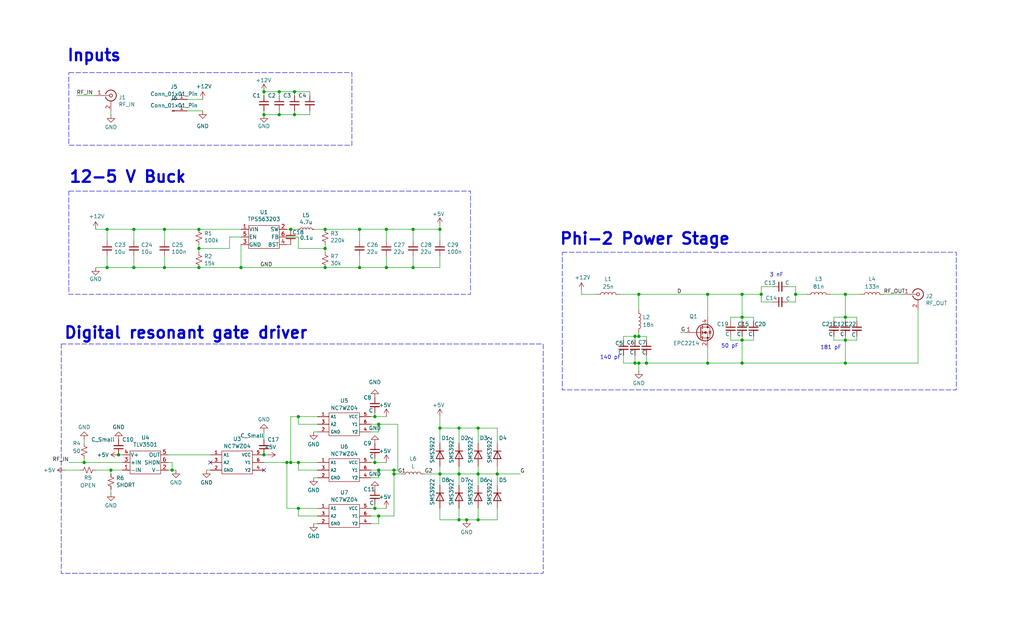
<source format=kicad_sch>
(kicad_sch (version 20231120) (generator "eeschema") (generator_version "8.0")
  (paper "User" 340.004 210.007)
  (lib_symbols
    (symbol "Connector:Conn_01x01_Pin" (pin_names (offset 1.016) hide)
      (property "Reference" "J" (at 0 2.54 0))
      (property "Value" "Conn_01x01_Pin" (at 0 -2.54 0))
      (symbol "Conn_01x01_Pin_1_1"
        (polyline (pts (xy 1.27 0) (xy 0.8636 0)) (stroke (width 0.1524)))
        (rectangle (start 0.8636 0.127) (end 0 -0.127) (stroke (width 0.1524)) (fill (type outline)))
        (pin passive line (at 5.08 0 180) (length 3.81) (name "Pin_1") (number "1"))
      )
    )
    (symbol "Connector:Conn_Coaxial" (pin_names (offset 1.016) hide)
      (property "Reference" "J" (at 0.254 3.048 0))
      (property "Value" "Conn_Coaxial" (at 2.921 0 90))
      (symbol "Conn_Coaxial_0_1"
        (arc (start -1.778 -0.508) (mid 0.2311 -1.8066) (end 1.778 0) (stroke (width 0.254)))
        (polyline (pts (xy -2.54 0) (xy -0.508 0)))
        (polyline (pts (xy 0 -2.54) (xy 0 -1.778)))
        (circle (center 0 0) (radius 0.508) (stroke (width 0.2032)))
        (arc (start 1.778 0) (mid 0.2099 1.8101) (end -1.778 0.508) (stroke (width 0.254)))
      )
      (symbol "Conn_Coaxial_1_1"
        (pin passive line (at -5.08 0 0) (length 2.54) (name "In") (number "1"))
        (pin passive line (at 0 -5.08 90) (length 2.54) (name "Ext") (number "2"))
      )
    )
    (symbol "Device:C_Small" (pin_numbers hide) (pin_names (offset 0.254) hide)
      (property "Reference" "C" (at 0.254 1.778 0))
      (property "Value" "C_Small" (at 0.254 -2.032 0))
      (symbol "C_Small_0_1"
        (polyline (pts (xy -1.524 -0.508) (xy 1.524 -0.508)) (stroke (width 0.3302)))
        (polyline (pts (xy -1.524 0.508) (xy 1.524 0.508)) (stroke (width 0.3048)))
      )
      (symbol "C_Small_1_1"
        (pin passive line (at 0 2.54 270) (length 2.032) (name "~") (number "1"))
        (pin passive line (at 0 -2.54 90) (length 2.032) (name "~") (number "2"))
      )
    )
    (symbol "Device:D" (pin_numbers hide) (pin_names (offset 1.016) hide)
      (property "Reference" "D" (at 0 2.54 0))
      (property "Value" "D" (at 0 -2.54 0))
      (symbol "D_0_1"
        (polyline (pts (xy -1.27 1.27) (xy -1.27 -1.27)) (stroke (width 0.254)))
        (polyline (pts (xy 1.27 0) (xy -1.27 0)))
        (polyline (pts (xy 1.27 1.27) (xy 1.27 -1.27) (xy -1.27 0) (xy 1.27 1.27)) (stroke (width 0.254)))
      )
      (symbol "D_1_1"
        (pin passive line (at -3.81 0 0) (length 2.54) (name "K") (number "1"))
        (pin passive line (at 3.81 0 180) (length 2.54) (name "A") (number "2"))
      )
    )
    (symbol "Device:L" (pin_numbers hide) (pin_names (offset 1.016) hide)
      (property "Reference" "L" (at -1.27 0 90))
      (property "Value" "L" (at 1.905 0 90))
      (symbol "L_0_1"
        (arc (start 0 -2.54) (mid 0.6323 -1.905) (end 0 -1.27))
        (arc (start 0 -1.27) (mid 0.6323 -0.635) (end 0 0))
        (arc (start 0 0) (mid 0.6323 0.635) (end 0 1.27))
        (arc (start 0 1.27) (mid 0.6323 1.905) (end 0 2.54))
      )
      (symbol "L_1_1"
        (pin passive line (at 0 3.81 270) (length 1.27) (name "1") (number "1"))
        (pin passive line (at 0 -3.81 90) (length 1.27) (name "2") (number "2"))
      )
    )
    (symbol "Device:L_Small" (pin_numbers hide) (pin_names (offset 0.254) hide)
      (property "Reference" "L" (at 0.762 1.016 0))
      (property "Value" "L_Small" (at 0.762 -1.016 0))
      (symbol "L_Small_0_1"
        (arc (start 0 -2.032) (mid 0.5058 -1.524) (end 0 -1.016))
        (arc (start 0 -1.016) (mid 0.5058 -0.508) (end 0 0))
        (arc (start 0 0) (mid 0.5058 0.508) (end 0 1.016))
        (arc (start 0 1.016) (mid 0.5058 1.524) (end 0 2.032))
      )
      (symbol "L_Small_1_1"
        (pin passive line (at 0 2.54 270) (length 0.508) (name "~") (number "1"))
        (pin passive line (at 0 -2.54 90) (length 0.508) (name "~") (number "2"))
      )
    )
    (symbol "Device:R_Small_US" (pin_numbers hide) (pin_names (offset 0.254) hide)
      (property "Reference" "R" (at 0.762 0.508 0))
      (property "Value" "R_Small_US" (at 0.762 -1.016 0))
      (symbol "R_Small_US_1_1"
        (polyline (pts (xy 0 0) (xy 1.016 -0.381) (xy 0 -0.762) (xy -1.016 -1.143) (xy 0 -1.524)))
        (polyline (pts (xy 0 1.524) (xy 1.016 1.143) (xy 0 0.762) (xy -1.016 0.381) (xy 0 0)))
        (pin passive line (at 0 2.54 270) (length 1.016) (name "~") (number "1"))
        (pin passive line (at 0 -2.54 90) (length 1.016) (name "~") (number "2"))
      )
    )
    (symbol "MyKICAD:TLV3501" (pin_names (offset 0.1016))
      (property "Reference" "U" (at 1.27 1.27 0))
      (property "Value" "MyKICAD_TLV3501" (at 5.08 -8.89 0))
      (symbol "TLV3501_0_1"
        (rectangle (start 0 0) (end 10.16 -7.62))
      )
      (symbol "TLV3501_1_1"
        (pin bidirectional line (at -2.54 -6.35 0) (length 2.54) (name "-IN") (number "1"))
        (pin bidirectional line (at 12.7 -6.35 180) (length 2.54) (name "V-") (number "2"))
        (pin bidirectional line (at -2.54 -3.81 0) (length 2.54) (name "+IN") (number "3"))
        (pin bidirectional line (at -2.54 -1.27 0) (length 2.54) (name "V+") (number "4"))
        (pin bidirectional line (at 12.7 -1.27 180) (length 2.54) (name "OUT") (number "5"))
        (pin bidirectional line (at 12.7 -3.81 180) (length 2.54) (name "SHDN") (number "6"))
      )
    )
    (symbol "MyKICAD:TPS565242" (pin_names (offset 0.1016))
      (property "Reference" "U1" (at 5.08 4.445 0))
      (property "Value" "TPS563203" (at 5.08 2.1336 0))
      (symbol "TPS565242_0_1"
        (rectangle (start 0 0) (end 10.16 -7.62))
      )
      (symbol "TPS565242_1_1"
        (pin bidirectional line (at -2.54 -1.27 0) (length 2.54) (name "VIN") (number "1"))
        (pin bidirectional line (at 12.7 -1.27 180) (length 2.54) (name "SW") (number "2"))
        (pin bidirectional line (at -2.54 -6.35 0) (length 2.54) (name "GND") (number "3"))
        (pin bidirectional line (at 12.7 -6.35 180) (length 2.54) (name "BST") (number "4"))
        (pin bidirectional line (at -2.54 -3.81 0) (length 2.54) (name "EN") (number "5"))
        (pin bidirectional line (at 12.7 -3.81 180) (length 2.54) (name "FB") (number "6"))
      )
    )
    (symbol "Q_NMOS_GSD_1" (pin_names (offset 0) hide)
      (property "Reference" "Q4" (at 6.35 1.27 0))
      (property "Value" "EPC2214" (at 6.35 -1.27 0))
      (symbol "Q_NMOS_GSD_1_0_1"
        (polyline (pts (xy 0.254 0) (xy -2.54 0)))
        (polyline (pts (xy 0.254 1.905) (xy 0.254 -1.905)) (stroke (width 0.254)))
        (polyline (pts (xy 0.762 -1.27) (xy 0.762 -2.286)) (stroke (width 0.254)))
        (polyline (pts (xy 0.762 0.508) (xy 0.762 -0.508)) (stroke (width 0.254)))
        (polyline (pts (xy 0.762 2.286) (xy 0.762 1.27)) (stroke (width 0.254)))
        (polyline (pts (xy 2.54 2.54) (xy 2.54 1.778)))
        (polyline (pts (xy 2.54 -2.54) (xy 2.54 0) (xy 0.762 0)))
        (polyline (pts (xy 0.762 -1.778) (xy 3.302 -1.778) (xy 3.302 1.778) (xy 0.762 1.778)))
        (polyline (pts (xy 1.016 0) (xy 2.032 0.381) (xy 2.032 -0.381) (xy 1.016 0)) (fill (type outline)))
        (polyline (pts (xy 2.794 0.508) (xy 2.921 0.381) (xy 3.683 0.381) (xy 3.81 0.254)))
        (polyline (pts (xy 3.302 0.381) (xy 2.921 -0.254) (xy 3.683 -0.254) (xy 3.302 0.381)))
        (circle (center 1.651 0) (radius 2.794) (stroke (width 0.254)))
        (circle (center 2.54 -1.778) (radius 0.254) (fill (type outline)))
        (circle (center 2.54 1.778) (radius 0.254) (fill (type outline)))
      )
      (symbol "Q_NMOS_GSD_1_1_1"
        (pin input line (at -5.08 0 0) (length 2.54) (name "G") (number "1"))
        (pin passive line (at 2.54 -5.08 90) (length 2.54) (name "S") (number "2"))
        (pin passive line (at 2.54 -5.08 90) (length 2.54) hide (name "S") (number "3"))
        (pin passive line (at 2.54 5.08 270) (length 2.54) (name "D") (number "4"))
        (pin passive line (at 2.54 5.08 270) (length 2.54) hide (name "D") (number "5"))
        (pin passive line (at 2.54 5.08 270) (length 2.54) hide (name "D") (number "6"))
        (pin passive line (at 2.54 5.08 270) (length 2.54) hide (name "D") (number "7"))
        (pin passive line (at 2.54 -5.08 90) (length 2.54) hide (name "S") (number "8"))
        (pin passive line (at 2.54 -5.08 90) (length 2.54) hide (name "S") (number "9"))
      )
    )
    (symbol "parts:NC7WZ04"
      (property "Reference" "U?" (at 0 5.08 0))
      (property "Value" "NC7WZ04" (at -6.35 6.35 0))
      (symbol "NC7WZ04_0_1"
        (rectangle (start -5.08 3.81) (end 5.08 -3.81))
      )
      (symbol "NC7WZ04_1_0"
        (pin input line (at -8.89 2.54 0) (length 3.81) (name "A1") (number "1"))
        (pin input line (at -8.89 -2.54 0) (length 3.81) (name "GND") (number "2"))
        (pin input line (at -8.89 0 0) (length 3.81) (name "A2") (number "3"))
        (pin input line (at 8.89 -2.54 180) (length 3.81) (name "Y2") (number "4"))
        (pin input line (at 8.89 2.54 180) (length 3.81) (name "VCC") (number "5"))
        (pin input line (at 8.89 0 180) (length 3.81) (name "Y1") (number "6"))
      )
    )
    (symbol "power:+5V" (power) (pin_names (offset 0))
      (property "Value" "+5V" (at 0 3.556 0))
      (symbol "+5V_0_1"
        (polyline (pts (xy -0.762 1.27) (xy 0 2.54)))
        (polyline (pts (xy 0 0) (xy 0 2.54)))
        (polyline (pts (xy 0 2.54) (xy 0.762 1.27)))
      )
      (symbol "+5V_1_1"
        (pin power_in line (at 0 0 90) (length 0) hide (name "+5V") (number "1"))
      )
    )
    (symbol "power:GND" (power) (pin_names (offset 0))
      (property "Value" "GND" (at 0 -3.81 0))
      (symbol "GND_0_1"
        (polyline (pts (xy 0 0) (xy 0 -1.27) (xy 1.27 -1.27) (xy 0 -2.54) (xy -1.27 -1.27) (xy 0 -1.27)))
      )
      (symbol "GND_1_1"
        (pin power_in line (at 0 0 270) (length 0) hide (name "GND") (number "1"))
      )
    )
  )
  (junction (at 280.67 113.03))
  (junction (at 44.45 76.2))
  (junction (at 214.63 120.65))
  (junction (at 158.75 157.48))
  (junction (at 107.95 76.2))
  (junction (at 80.01 88.9))
  (junction (at 44.45 88.9))
  (junction (at 137.16 76.2))
  (junction (at 125.73 156.21))
  (junction (at 246.38 97.79))
  (junction (at 27.94 153.67))
  (junction (at 54.61 76.2))
  (junction (at 212.09 97.79))
  (junction (at 35.56 88.9))
  (junction (at 280.67 97.79))
  (junction (at 212.09 111.76))
  (junction (at 92.71 38.1))
  (junction (at 234.95 97.79))
  (junction (at 128.27 88.9))
  (junction (at 154.94 172.72))
  (junction (at 158.75 142.24))
  (junction (at 97.79 38.1))
  (junction (at 92.71 30.48))
  (junction (at 210.82 120.65))
  (junction (at 125.73 171.45))
  (junction (at 39.37 151.13))
  (junction (at 66.04 82.55))
  (junction (at 35.56 76.2))
  (junction (at 152.4 157.48))
  (junction (at 119.38 76.2))
  (junction (at 87.63 38.1))
  (junction (at 128.27 76.2))
  (junction (at 125.73 140.97))
  (junction (at 137.16 88.9))
  (junction (at 107.95 82.55))
  (junction (at 252.73 97.79))
  (junction (at 280.67 120.65))
  (junction (at 99.06 153.67))
  (junction (at 158.75 172.72))
  (junction (at 124.46 168.91))
  (junction (at 36.83 156.21))
  (junction (at 246.38 105.41))
  (junction (at 119.38 88.9))
  (junction (at 124.46 153.67))
  (junction (at 130.81 157.48))
  (junction (at 54.61 88.9))
  (junction (at 246.38 120.65))
  (junction (at 234.95 120.65))
  (junction (at 96.52 76.2))
  (junction (at 264.16 97.79))
  (junction (at 96.52 153.67))
  (junction (at 152.4 172.72))
  (junction (at 146.05 76.2))
  (junction (at 130.81 156.21))
  (junction (at 210.82 111.76))
  (junction (at 66.04 76.2))
  (junction (at 95.25 153.67))
  (junction (at 146.05 142.24))
  (junction (at 246.38 113.03))
  (junction (at 107.95 88.9))
  (junction (at 152.4 142.24))
  (junction (at 124.46 138.43))
  (junction (at 99.06 168.91))
  (junction (at 212.09 120.65))
  (junction (at 97.79 30.48))
  (junction (at 165.1 157.48))
  (junction (at 87.63 151.13))
  (junction (at 57.15 156.21))
  (junction (at 99.06 138.43))
  (junction (at 87.63 30.48))
  (junction (at 146.05 157.48))
  (junction (at 66.04 88.9))
  (junction (at 280.67 105.41))
  (no_connect (at 69.85 153.67))
  (no_connect (at 87.63 156.21))
  (wire (pts (xy 97.79 30.48) (xy 102.87 30.48)))
  (wire (pts (xy 280.67 111.76) (xy 280.67 113.03)))
  (wire (pts (xy 250.19 113.03) (xy 246.38 113.03)))
  (wire (pts (xy 146.05 138.43) (xy 146.05 142.24)))
  (wire (pts (xy 146.05 85.09) (xy 146.05 88.9)))
  (wire (pts (xy 158.75 168.91) (xy 158.75 172.72)))
  (wire (pts (xy 87.63 143.51) (xy 87.63 146.05)))
  (wire (pts (xy 242.57 113.03) (xy 246.38 113.03)))
  (wire (pts (xy 35.56 85.09) (xy 35.56 88.9)))
  (wire (pts (xy 207.01 111.76) (xy 207.01 113.03)))
  (wire (pts (xy 130.81 156.21) (xy 132.08 156.21)))
  (wire (pts (xy 55.88 153.67) (xy 57.15 153.67)))
  (wire (pts (xy 146.05 142.24) (xy 146.05 147.32)))
  (wire (pts (xy 104.14 173.99) (xy 105.41 173.99)))
  (wire (pts (xy 210.82 111.76) (xy 210.82 113.03)))
  (wire (pts (xy 246.38 105.41) (xy 246.38 106.68)))
  (wire (pts (xy 264.16 97.79) (xy 267.97 97.79)))
  (wire (pts (xy 137.16 76.2) (xy 137.16 80.01)))
  (wire (pts (xy 158.75 157.48) (xy 165.1 157.48)))
  (wire (pts (xy 212.09 97.79) (xy 212.09 102.87)))
  (wire (pts (xy 246.38 113.03) (xy 246.38 120.65)))
  (wire (pts (xy 99.06 168.91) (xy 99.06 171.45)))
  (wire (pts (xy 104.14 76.2) (xy 107.95 76.2)))
  (wire (pts (xy 123.19 140.97) (xy 125.73 140.97)))
  (wire (pts (xy 276.86 113.03) (xy 280.67 113.03)))
  (wire (pts (xy 123.19 138.43) (xy 124.46 138.43)))
  (wire (pts (xy 246.38 105.41) (xy 250.19 105.41)))
  (wire (pts (xy 39.37 151.13) (xy 40.64 151.13)))
  (wire (pts (xy 146.05 172.72) (xy 152.4 172.72)))
  (wire (pts (xy 44.45 76.2) (xy 35.56 76.2)))
  (wire (pts (xy 205.74 97.79) (xy 212.09 97.79)))
  (wire (pts (xy 123.19 158.75) (xy 125.73 158.75)))
  (wire (pts (xy 66.04 82.55) (xy 66.04 83.82)))
  (wire (pts (xy 99.06 138.43) (xy 99.06 140.97)))
  (wire (pts (xy 66.04 81.28) (xy 66.04 82.55)))
  (wire (pts (xy 99.06 153.67) (xy 99.06 156.21)))
  (wire (pts (xy 125.73 158.75) (xy 125.73 156.21)))
  (wire (pts (xy 128.27 85.09) (xy 128.27 88.9)))
  (wire (pts (xy 80.01 88.9) (xy 80.01 81.28)))
  (wire (pts (xy 119.38 85.09) (xy 119.38 88.9)))
  (wire (pts (xy 92.71 36.83) (xy 92.71 38.1)))
  (wire (pts (xy 80.01 88.9) (xy 107.95 88.9)))
  (wire (pts (xy 57.15 153.67) (xy 57.15 156.21)))
  (wire (pts (xy 99.06 153.67) (xy 105.41 153.67)))
  (wire (pts (xy 207.01 120.65) (xy 210.82 120.65)))
  (wire (pts (xy 207.01 111.76) (xy 210.82 111.76)))
  (wire (pts (xy 261.62 95.25) (xy 264.16 95.25)))
  (wire (pts (xy 96.52 153.67) (xy 95.25 153.67)))
  (wire (pts (xy 193.04 97.79) (xy 198.12 97.79)))
  (wire (pts (xy 146.05 157.48) (xy 146.05 154.94)))
  (wire (pts (xy 276.86 111.76) (xy 276.86 113.03)))
  (wire (pts (xy 250.19 111.76) (xy 250.19 113.03)))
  (wire (pts (xy 146.05 157.48) (xy 152.4 157.48)))
  (wire (pts (xy 27.94 146.05) (xy 27.94 147.32)))
  (wire (pts (xy 128.27 88.9) (xy 119.38 88.9)))
  (wire (pts (xy 31.75 156.21) (xy 36.83 156.21)))
  (wire (pts (xy 99.06 156.21) (xy 105.41 156.21)))
  (wire (pts (xy 214.63 111.76) (xy 214.63 113.03)))
  (wire (pts (xy 152.4 154.94) (xy 152.4 157.48)))
  (wire (pts (xy 27.94 153.67) (xy 22.86 153.67)))
  (wire (pts (xy 27.94 153.67) (xy 40.64 153.67)))
  (wire (pts (xy 293.37 97.79) (xy 299.72 97.79)))
  (wire (pts (xy 36.83 36.83) (xy 36.83 38.1)))
  (wire (pts (xy 96.52 153.67) (xy 99.06 153.67)))
  (wire (pts (xy 123.19 173.99) (xy 125.73 173.99)))
  (wire (pts (xy 146.05 76.2) (xy 146.05 80.01)))
  (wire (pts (xy 284.48 113.03) (xy 280.67 113.03)))
  (wire (pts (xy 304.8 102.87) (xy 304.8 120.65)))
  (wire (pts (xy 62.23 33.02) (xy 67.31 33.02)))
  (wire (pts (xy 165.1 172.72) (xy 165.1 168.91)))
  (wire (pts (xy 152.4 157.48) (xy 158.75 157.48)))
  (wire (pts (xy 76.2 78.74) (xy 80.01 78.74)))
  (wire (pts (xy 252.73 97.79) (xy 252.73 100.33)))
  (wire (pts (xy 54.61 85.09) (xy 54.61 88.9)))
  (wire (pts (xy 68.58 156.21) (xy 69.85 156.21)))
  (wire (pts (xy 146.05 142.24) (xy 152.4 142.24)))
  (wire (pts (xy 102.87 38.1) (xy 102.87 36.83)))
  (wire (pts (xy 66.04 88.9) (xy 80.01 88.9)))
  (wire (pts (xy 256.54 100.33) (xy 252.73 100.33)))
  (wire (pts (xy 125.73 143.51) (xy 125.73 140.97)))
  (wire (pts (xy 104.14 143.51) (xy 105.41 143.51)))
  (wire (pts (xy 261.62 100.33) (xy 264.16 100.33)))
  (wire (pts (xy 27.94 153.67) (xy 27.94 152.4)))
  (wire (pts (xy 137.16 76.2) (xy 146.05 76.2)))
  (wire (pts (xy 284.48 111.76) (xy 284.48 113.03)))
  (wire (pts (xy 137.16 88.9) (xy 128.27 88.9)))
  (wire (pts (xy 123.19 156.21) (xy 125.73 156.21)))
  (wire (pts (xy 242.57 106.68) (xy 242.57 105.41)))
  (wire (pts (xy 146.05 74.93) (xy 146.05 76.2)))
  (wire (pts (xy 25.4 31.75) (xy 31.75 31.75)))
  (wire (pts (xy 132.08 140.97) (xy 132.08 156.21)))
  (wire (pts (xy 99.06 82.55) (xy 107.95 82.55)))
  (wire (pts (xy 212.09 111.76) (xy 212.09 110.49)))
  (wire (pts (xy 92.71 30.48) (xy 92.71 31.75)))
  (wire (pts (xy 154.94 172.72) (xy 158.75 172.72)))
  (wire (pts (xy 119.38 88.9) (xy 107.95 88.9)))
  (wire (pts (xy 44.45 76.2) (xy 44.45 80.01)))
  (wire (pts (xy 95.25 76.2) (xy 96.52 76.2)))
  (wire (pts (xy 284.48 105.41) (xy 284.48 106.68)))
  (wire (pts (xy 212.09 111.76) (xy 214.63 111.76)))
  (wire (pts (xy 234.95 115.57) (xy 234.95 120.65)))
  (wire (pts (xy 99.06 140.97) (xy 105.41 140.97)))
  (wire (pts (xy 99.06 78.74) (xy 95.25 78.74)))
  (wire (pts (xy 96.52 138.43) (xy 99.06 138.43)))
  (wire (pts (xy 128.27 76.2) (xy 128.27 80.01)))
  (wire (pts (xy 214.63 118.11) (xy 214.63 120.65)))
  (wire (pts (xy 130.81 157.48) (xy 130.81 171.45)))
  (wire (pts (xy 124.46 152.4) (xy 124.46 153.67)))
  (wire (pts (xy 264.16 97.79) (xy 264.16 95.25)))
  (wire (pts (xy 252.73 95.25) (xy 252.73 97.79)))
  (wire (pts (xy 246.38 97.79) (xy 252.73 97.79)))
  (wire (pts (xy 226.06 110.49) (xy 227.33 110.49)))
  (wire (pts (xy 125.73 156.21) (xy 130.81 156.21)))
  (wire (pts (xy 275.59 97.79) (xy 280.67 97.79)))
  (wire (pts (xy 276.86 106.68) (xy 276.86 105.41)))
  (wire (pts (xy 119.38 76.2) (xy 119.38 80.01)))
  (wire (pts (xy 36.83 157.48) (xy 36.83 156.21)))
  (wire (pts (xy 158.75 142.24) (xy 158.75 147.32)))
  (wire (pts (xy 152.4 142.24) (xy 158.75 142.24)))
  (wire (pts (xy 246.38 111.76) (xy 246.38 113.03)))
  (wire (pts (xy 250.19 106.68) (xy 250.19 105.41)))
  (wire (pts (xy 158.75 142.24) (xy 165.1 142.24)))
  (wire (pts (xy 165.1 142.24) (xy 165.1 147.32)))
  (wire (pts (xy 58.42 156.21) (xy 57.15 156.21)))
  (wire (pts (xy 246.38 97.79) (xy 246.38 105.41)))
  (wire (pts (xy 158.75 157.48) (xy 158.75 161.29)))
  (wire (pts (xy 36.83 156.21) (xy 40.64 156.21)))
  (wire (pts (xy 280.67 105.41) (xy 280.67 106.68)))
  (wire (pts (xy 280.67 97.79) (xy 285.75 97.79)))
  (wire (pts (xy 193.04 96.52) (xy 193.04 97.79)))
  (wire (pts (xy 146.05 88.9) (xy 137.16 88.9)))
  (wire (pts (xy 280.67 105.41) (xy 284.48 105.41)))
  (wire (pts (xy 35.56 76.2) (xy 35.56 80.01)))
  (wire (pts (xy 212.09 97.79) (xy 234.95 97.79)))
  (wire (pts (xy 212.09 120.65) (xy 214.63 120.65)))
  (wire (pts (xy 87.63 36.83) (xy 87.63 38.1)))
  (wire (pts (xy 280.67 113.03) (xy 280.67 120.65)))
  (wire (pts (xy 87.63 153.67) (xy 95.25 153.67)))
  (wire (pts (xy 165.1 157.48) (xy 165.1 161.29)))
  (wire (pts (xy 35.56 88.9) (xy 44.45 88.9)))
  (wire (pts (xy 99.06 171.45) (xy 105.41 171.45)))
  (wire (pts (xy 152.4 168.91) (xy 152.4 172.72)))
  (wire (pts (xy 246.38 120.65) (xy 280.67 120.65)))
  (wire (pts (xy 54.61 88.9) (xy 66.04 88.9)))
  (wire (pts (xy 87.63 30.48) (xy 87.63 31.75)))
  (wire (pts (xy 214.63 120.65) (xy 234.95 120.65)))
  (wire (pts (xy 95.25 81.28) (xy 96.52 81.28)))
  (wire (pts (xy 124.46 153.67) (xy 128.27 153.67)))
  (wire (pts (xy 95.25 168.91) (xy 99.06 168.91)))
  (wire (pts (xy 158.75 172.72) (xy 165.1 172.72)))
  (wire (pts (xy 95.25 168.91) (xy 95.25 153.67)))
  (wire (pts (xy 99.06 168.91) (xy 105.41 168.91)))
  (wire (pts (xy 36.83 162.56) (xy 36.83 163.83)))
  (wire (pts (xy 276.86 105.41) (xy 280.67 105.41)))
  (wire (pts (xy 54.61 76.2) (xy 54.61 80.01)))
  (wire (pts (xy 107.95 81.28) (xy 107.95 82.55)))
  (wire (pts (xy 87.63 151.13) (xy 88.9 151.13)))
  (wire (pts (xy 123.19 168.91) (xy 124.46 168.91)))
  (wire (pts (xy 210.82 111.76) (xy 212.09 111.76)))
  (wire (pts (xy 92.71 38.1) (xy 97.79 38.1)))
  (wire (pts (xy 128.27 76.2) (xy 137.16 76.2)))
  (wire (pts (xy 165.1 157.48) (xy 172.72 157.48)))
  (wire (pts (xy 97.79 36.83) (xy 97.79 38.1)))
  (wire (pts (xy 76.2 82.55) (xy 76.2 78.74)))
  (wire (pts (xy 54.61 76.2) (xy 44.45 76.2)))
  (wire (pts (xy 207.01 118.11) (xy 207.01 120.65)))
  (wire (pts (xy 242.57 111.76) (xy 242.57 113.03)))
  (wire (pts (xy 210.82 120.65) (xy 212.09 120.65)))
  (wire (pts (xy 66.04 76.2) (xy 80.01 76.2)))
  (wire (pts (xy 130.81 156.21) (xy 130.81 157.48)))
  (wire (pts (xy 152.4 157.48) (xy 152.4 161.29)))
  (wire (pts (xy 152.4 142.24) (xy 152.4 147.32)))
  (wire (pts (xy 123.19 171.45) (xy 125.73 171.45)))
  (wire (pts (xy 96.52 76.2) (xy 99.06 76.2)))
  (wire (pts (xy 21.59 156.21) (xy 26.67 156.21)))
  (wire (pts (xy 107.95 82.55) (xy 107.95 83.82)))
  (wire (pts (xy 66.04 76.2) (xy 54.61 76.2)))
  (wire (pts (xy 57.15 156.21) (xy 55.88 156.21)))
  (wire (pts (xy 280.67 97.79) (xy 280.67 105.41)))
  (wire (pts (xy 152.4 172.72) (xy 154.94 172.72)))
  (wire (pts (xy 123.19 143.51) (xy 125.73 143.51)))
  (wire (pts (xy 210.82 118.11) (xy 210.82 120.65)))
  (wire (pts (xy 140.97 157.48) (xy 146.05 157.48)))
  (wire (pts (xy 44.45 85.09) (xy 44.45 88.9)))
  (wire (pts (xy 165.1 157.48) (xy 165.1 154.94)))
  (wire (pts (xy 97.79 30.48) (xy 97.79 31.75)))
  (wire (pts (xy 130.81 157.48) (xy 133.35 157.48)))
  (wire (pts (xy 97.79 38.1) (xy 102.87 38.1)))
  (wire (pts (xy 264.16 100.33) (xy 264.16 97.79)))
  (wire (pts (xy 158.75 154.94) (xy 158.75 157.48)))
  (wire (pts (xy 125.73 171.45) (xy 130.81 171.45)))
  (wire (pts (xy 146.05 157.48) (xy 146.05 161.29)))
  (wire (pts (xy 124.46 138.43) (xy 128.27 138.43)))
  (wire (pts (xy 234.95 97.79) (xy 234.95 105.41)))
  (wire (pts (xy 212.09 120.65) (xy 212.09 123.19)))
  (wire (pts (xy 123.19 153.67) (xy 124.46 153.67)))
  (wire (pts (xy 99.06 78.74) (xy 99.06 82.55)))
  (wire (pts (xy 31.75 88.9) (xy 35.56 88.9)))
  (wire (pts (xy 92.71 30.48) (xy 97.79 30.48)))
  (wire (pts (xy 87.63 30.48) (xy 92.71 30.48)))
  (wire (pts (xy 102.87 30.48) (xy 102.87 31.75)))
  (wire (pts (xy 246.38 120.65) (xy 234.95 120.65)))
  (wire (pts (xy 87.63 38.1) (xy 92.71 38.1)))
  (wire (pts (xy 304.8 120.65) (xy 280.67 120.65)))
  (wire (pts (xy 125.73 173.99) (xy 125.73 171.45)))
  (wire (pts (xy 99.06 138.43) (xy 105.41 138.43)))
  (wire (pts (xy 234.95 97.79) (xy 246.38 97.79)))
  (wire (pts (xy 44.45 88.9) (xy 54.61 88.9)))
  (wire (pts (xy 119.38 76.2) (xy 128.27 76.2)))
  (wire (pts (xy 62.23 36.83) (xy 67.31 36.83)))
  (wire (pts (xy 31.75 76.2) (xy 35.56 76.2)))
  (wire (pts (xy 104.14 158.75) (xy 105.41 158.75)))
  (wire (pts (xy 125.73 140.97) (xy 132.08 140.97)))
  (wire (pts (xy 55.88 151.13) (xy 69.85 151.13)))
  (wire (pts (xy 124.46 167.64) (xy 124.46 168.91)))
  (wire (pts (xy 124.46 137.16) (xy 124.46 138.43)))
  (wire (pts (xy 146.05 168.91) (xy 146.05 172.72)))
  (wire (pts (xy 96.52 138.43) (xy 96.52 153.67)))
  (wire (pts (xy 252.73 95.25) (xy 256.54 95.25)))
  (wire (pts (xy 107.95 76.2) (xy 119.38 76.2)))
  (wire (pts (xy 242.57 105.41) (xy 246.38 105.41)))
  (wire (pts (xy 66.04 82.55) (xy 76.2 82.55)))
  (wire (pts (xy 137.16 85.09) (xy 137.16 88.9)))
  (wire (pts (xy 124.46 168.91) (xy 128.27 168.91)))
  (rectangle (start 20.32 114.3) (end 180.34 190.5) (stroke (width 0) (type dash)))
  (rectangle (start 186.69 83.82) (end 317.5 129.54) (stroke (width 0) (type dash)))
  (rectangle (start 22.86 24.13) (end 116.84 48.26) (stroke (width 0) (type dash)))
  (rectangle (start 22.86 63.5) (end 156.21 97.79) (stroke (width 0) (type dash)))
  (text "Inputs" (at 31.242 18.542 0) (effects (font (size 3.81 3.81) (thickness 0.762) (bold yes))))
  (text "Digital resonant gate driver" (at 61.722 110.744 0) (effects (font (size 3.81 3.81) (thickness 0.762) (bold yes))))
  (text "12-5 V Buck\n" (at 42.418 58.928 0) (effects (font (size 3.81 3.81) (thickness 0.762) (bold yes))))
  (text "181 pF" (at 275.844 115.57 0) (effects (font (size 1.27 1.27))))
  (text "50 pF" (at 242.316 115.062 0) (effects (font (size 1.27 1.27))))
  (text "Phi-2 Power Stage\n" (at 214.122 79.502 0) (effects (font (size 3.81 3.81) (thickness 0.762) (bold yes))))
  (text "3 nF" (at 257.81 91.44 0) (effects (font (size 1.27 1.27))))
  (text "140 pF" (at 202.692 118.872 0) (effects (font (size 1.27 1.27))))
  (label "RF_OUT" (at 293.37 97.79 0))
  (label "G" (at 226.06 110.49 0))
  (label "G1" (at 132.08 157.48 0))
  (label "D" (at 224.79 97.79 0))
  (label "GND" (at 86.36 88.9 0))
  (label "G2" (at 140.97 157.48 0))
  (label "RF_IN" (at 25.4 31.75 0))
  (label "G" (at 172.72 157.48 0))
  (label "RF_IN" (at 22.86 153.67 180))
  (symbol (lib_id "Device:C_Small") (at 54.61 82.55 0) (unit 1)
    (property "Reference" "C25" (at 56.9468 81.3816 0) (effects (justify left)))
    (property "Value" "100n" (at 56.9468 83.693 0) (effects (justify left)))
    (property "Footprint" "Capacitor_SMD:C_0603_1608Metric" (effects (hide yes)))
  )
  (symbol (lib_id "Device:C_Small") (at 97.79 34.29 0) (unit 1)
    (property "Reference" "C3" (at 93.98 31.75 0) (effects (justify left)))
    (property "Value" "C_Small" (effects (hide yes)))
    (property "Footprint" "Capacitor_SMD:C_1206_3216Metric" (effects (hide yes)))
  )
  (symbol (lib_id "power:GND") (at 104.14 158.75 0) (unit 1)
    (property "Reference" "#PWR021" (effects (hide yes)))
    (property "Value" "GND" (at 104.14 162.8831 0))
  )
  (symbol (lib_id "power:GND") (at 39.37 146.05 180) (unit 1)
    (property "Reference" "#PWR057" (effects (hide yes)))
    (property "Value" "GND" (at 39.37 141.9169 0))
  )
  (symbol (lib_id "power:GND") (at 87.63 38.1 0) (unit 1)
    (property "Reference" "#PWR04" (effects (hide yes)))
    (property "Value" "GND" (at 87.63 41.91 0))
  )
  (symbol (lib_id "power:+5V") (at 128.27 168.91 0) (unit 1)
    (property "Reference" "#PWR024" (effects (hide yes)))
    (property "Value" "+5V" (at 125.73 165.1 0) (effects (justify left)))
  )
  (symbol (lib_id "power:+5V") (at 31.75 76.2 0) (unit 1)
    (property "Reference" "#PWR05" (effects (hide yes)))
    (property "Value" "+12V" (at 29.464 71.882 0) (effects (justify left)))
  )
  (symbol (lib_id "power:GND") (at 124.46 132.08 180) (unit 1)
    (property "Reference" "#PWR066" (effects (hide yes)))
    (property "Value" "GND" (at 124.46 127 0))
  )
  (symbol (lib_id "Device:L") (at 137.16 157.48 90) (unit 1) (on_board no)
    (property "Reference" "L6" (at 137.16 152.4 90))
    (property "Value" "L" (at 137.16 154.94 90))
    (property "Description" "Inductor" (effects (hide yes)))
  )
  (symbol (lib_id "Device:C_Small") (at 207.01 115.57 0) (unit 1)
    (property "Reference" "C5" (at 204.216 114.046 0) (effects (justify left)))
    (property "Value" "C" (at 205.232 117.094 0) (effects (justify left)))
    (property "Footprint" "Capacitor_SMD:C_0603_1608Metric" (effects (hide yes)))
    (property "Description" "Unpolarized capacitor, small symbol" (effects (hide yes)))
  )
  (symbol (lib_id "Device:R_Small_US") (at 36.83 160.02 0) (unit 1)
    (property "Reference" "R6" (at 38.5572 158.8516 0) (effects (justify left)))
    (property "Value" "SHORT" (at 38.5572 161.163 0) (effects (justify left)))
    (property "Footprint" "Resistor_SMD:R_0603_1608Metric" (effects (hide yes)))
  )
  (symbol (lib_id "power:GND") (at 68.58 156.21 0) (unit 1)
    (property "Reference" "#PWR013" (effects (hide yes)))
    (property "Value" "GND" (at 68.58 160.3431 0))
  )
  (symbol (lib_id "Device:D") (at 158.75 165.1 270) (unit 1)
    (property "Reference" "D6" (at 159.258 159.512 90) (effects (justify left)))
    (property "Value" "SMS3922" (at 156.21 159.004 0) (effects (justify left)))
    (property "Footprint" "Diode_SMD:D_SOD-523" (effects (hide yes)))
    (property "Description" "Diode" (effects (hide yes)))
    (property "Sim.Device" "D" (effects (hide yes)))
    (property "Sim.Pins" "1=K 2=A" (effects (hide yes)))
  )
  (symbol (lib_id "parts:NC7WZ04") (at 114.3 140.97 0) (unit 1)
    (property "Reference" "U5" (at 114.3 133.1427 0))
    (property "Value" "NC7WZ04" (at 114.3 135.5669 0))
    (property "Footprint" "pcbparts:nc7wz04_sc-88_SOIC-6" (effects (hide yes)))
  )
  (symbol (lib_id "Device:C_Small") (at 92.71 34.29 0) (unit 1)
    (property "Reference" "C2" (at 88.9 31.75 0) (effects (justify left)))
    (property "Value" "C_Small" (effects (hide yes)))
    (property "Footprint" "Capacitor_SMD:C_1206_3216Metric" (effects (hide yes)))
  )
  (symbol (lib_id "Device:C_Small") (at 124.46 134.62 0) (unit 1)
    (property "Reference" "C8" (at 120.65 132.08 0) (effects (justify left)))
    (property "Value" "C" (at 122.428 136.398 0) (effects (justify left)))
    (property "Footprint" "Capacitor_SMD:C_0402_1005Metric" (effects (hide yes)))
  )
  (symbol (lib_id "Device:L") (at 201.93 97.79 90) (unit 1)
    (property "Reference" "L1" (at 201.93 92.71 90))
    (property "Value" "25n" (at 201.93 95.25 90))
    (property "Footprint" "Coilcraft:L_Coilcraft_ZA9423" (effects (hide yes)))
    (property "Description" "Inductor" (effects (hide yes)))
  )
  (symbol (lib_id "Device:L_Small") (at 101.6 76.2 90) (unit 1)
    (property "Reference" "L5" (at 101.6 71.501 90))
    (property "Value" "4.7u" (at 101.6 73.8124 90))
    (property "Footprint" "Inductor_SMD:L_Taiyo-Yuden_MD-5050" (effects (hide yes)))
  )
  (symbol (lib_id "Device:C_Small") (at 276.86 109.22 0) (unit 1)
    (property "Reference" "C21" (at 272.796 107.696 0) (effects (justify left)))
    (property "Value" "C" (at 275.082 110.998 0) (effects (justify left)))
    (property "Footprint" "Capacitor_SMD:C_0603_1608Metric" (effects (hide yes)))
    (property "Description" "Unpolarized capacitor, small symbol" (effects (hide yes)))
  )
  (symbol (lib_id "Device:R_Small_US") (at 107.95 86.36 0) (unit 1)
    (property "Reference" "R7" (at 109.6772 85.1916 0) (effects (justify left)))
    (property "Value" "30k" (at 109.6772 87.503 0) (effects (justify left)))
    (property "Footprint" "Resistor_SMD:R_0603_1608Metric" (effects (hide yes)))
  )
  (symbol (lib_id "Device:D") (at 165.1 165.1 270) (unit 1)
    (property "Reference" "D5" (at 165.608 159.512 90) (effects (justify left)))
    (property "Value" "SMS3922" (at 162.56 159.004 0) (effects (justify left)))
    (property "Footprint" "Diode_SMD:D_SOD-523" (effects (hide yes)))
    (property "Description" "Diode" (effects (hide yes)))
    (property "Sim.Device" "D" (effects (hide yes)))
    (property "Sim.Pins" "1=K 2=A" (effects (hide yes)))
  )
  (symbol (lib_id "Device:R_Small_US") (at 27.94 149.86 0) (unit 1)
    (property "Reference" "R4" (at 24.13 147.32 0) (effects (justify left)))
    (property "Value" "50" (at 24.13 149.86 0) (effects (justify left)))
    (property "Footprint" "Resistor_SMD:R_0603_1608Metric" (effects (hide yes)))
  )
  (symbol (lib_id "power:+5V") (at 21.59 156.21 90) (unit 1)
    (property "Reference" "#PWR014" (effects (hide yes)))
    (property "Value" "+5V" (at 18.4151 156.21 90) (effects (justify left)))
  )
  (symbol (lib_id "Device:C_Small") (at 128.27 82.55 0) (unit 1)
    (property "Reference" "C27" (at 130.6068 81.3816 0) (effects (justify left)))
    (property "Value" "22u" (at 130.6068 83.693 0) (effects (justify left)))
    (property "Footprint" "Capacitor_SMD:C_1206_3216Metric" (effects (hide yes)))
  )
  (symbol (lib_id "Device:D") (at 152.4 151.13 270) (unit 1)
    (property "Reference" "D2" (at 152.908 145.542 90) (effects (justify left)))
    (property "Value" "SMS3922" (at 149.86 145.034 0) (effects (justify left)))
    (property "Footprint" "Diode_SMD:D_SOD-523" (effects (hide yes)))
    (property "Description" "Diode" (effects (hide yes)))
    (property "Sim.Device" "D" (effects (hide yes)))
    (property "Sim.Pins" "1=K 2=A" (effects (hide yes)))
  )
  (symbol (lib_id "Device:C_Small") (at 146.05 82.55 0) (unit 1)
    (property "Reference" "C29" (at 148.3868 81.3816 0) (effects (justify left)))
    (property "Value" "100n" (at 148.3868 83.693 0) (effects (justify left)))
    (property "Footprint" "Capacitor_SMD:C_0603_1608Metric" (effects (hide yes)))
  )
  (symbol (lib_id "power:+5V") (at 146.05 74.93 0) (unit 1)
    (property "Reference" "#PWR06" (effects (hide yes)))
    (property "Value" "+5V" (at 143.51 71.12 0) (effects (justify left)))
  )
  (symbol (lib_id "power:GND") (at 36.83 163.83 0) (unit 1)
    (property "Reference" "#PWR016" (effects (hide yes)))
    (property "Value" "GND" (at 36.83 167.9631 0))
  )
  (symbol (lib_id "power:GND") (at 87.63 143.51 180) (unit 1)
    (property "Reference" "#PWR060" (effects (hide yes)))
    (property "Value" "GND" (at 87.63 139.3769 0))
  )
  (symbol (lib_id "MyKICAD:TPS565242") (at 82.55 74.93 0) (unit 1)
    (property "Reference" "U1" (at 87.63 70.485 0))
    (property "Value" "TPS563203" (at 87.63 72.7964 0))
    (property "Footprint" "Package_TO_SOT_SMD:SOT-563" (effects (hide yes)))
  )
  (symbol (lib_id "Device:C_Small") (at 96.52 78.74 0) (unit 1)
    (property "Reference" "C18" (at 97.028 77.216 0) (effects (justify left)))
    (property "Value" "0.1u" (at 99.568 78.994 0) (effects (justify left)))
    (property "Footprint" "Capacitor_SMD:C_0603_1608Metric" (effects (hide yes)))
    (property "Description" "Unpolarized capacitor, small symbol" (effects (hide yes)))
  )
  (symbol (lib_id "Device:L") (at 212.09 106.68 0) (unit 1)
    (property "Reference" "L2" (at 213.36 105.4099 0) (effects (justify left)))
    (property "Value" "18n" (at 213.36 107.9499 0) (effects (justify left)))
    (property "Footprint" "Coilcraft:Coilcraft_1212VS" (effects (hide yes)))
    (property "Description" "Inductor" (effects (hide yes)))
  )
  (symbol (lib_id "Device:C_Small") (at 137.16 82.55 0) (unit 1)
    (property "Reference" "C28" (at 139.4968 81.3816 0) (effects (justify left)))
    (property "Value" "22u" (at 139.4968 83.693 0) (effects (justify left)))
    (property "Footprint" "Capacitor_SMD:C_1206_3216Metric" (effects (hide yes)))
  )
  (symbol (lib_id "power:+5V") (at 88.9 151.13 270) (unit 1)
    (property "Reference" "#PWR012" (effects (hide yes)))
    (property "Value" "+5V" (at 87.63 148.59 90) (effects (justify left)))
  )
  (symbol (lib_id "Device:C_Small") (at 44.45 82.55 0) (unit 1)
    (property "Reference" "C24" (at 46.7868 81.3816 0) (effects (justify left)))
    (property "Value" "10u" (at 46.7868 83.693 0) (effects (justify left)))
    (property "Footprint" "Capacitor_SMD:C_0805_2012Metric" (effects (hide yes)))
  )
  (symbol (lib_id "Device:D") (at 158.75 151.13 270) (unit 1)
    (property "Reference" "D3" (at 159.258 145.542 90) (effects (justify left)))
    (property "Value" "SMS3922" (at 156.21 145.034 0) (effects (justify left)))
    (property "Footprint" "Diode_SMD:D_SOD-523" (effects (hide yes)))
    (property "Description" "Diode" (effects (hide yes)))
    (property "Sim.Device" "D" (effects (hide yes)))
    (property "Sim.Pins" "1=K 2=A" (effects (hide yes)))
  )
  (symbol (lib_id "Device:C_Small") (at 102.87 34.29 0) (unit 1)
    (property "Reference" "C4" (at 99.06 31.75 0) (effects (justify left)))
    (property "Value" "C_Small" (effects (hide yes)))
    (property "Footprint" "Capacitor_SMD:C_1206_3216Metric" (effects (hide yes)))
  )
  (symbol (lib_id "Device:C_Small") (at 124.46 165.1 0) (unit 1)
    (property "Reference" "C11" (at 120.65 162.56 0) (effects (justify left)))
    (property "Value" "C" (at 122.682 167.132 0) (effects (justify left)))
    (property "Footprint" "Capacitor_SMD:C_0402_1005Metric" (effects (hide yes)))
  )
  (symbol (lib_id "Device:L") (at 289.56 97.79 90) (unit 1)
    (property "Reference" "L4" (at 289.56 92.71 90))
    (property "Value" "133n" (at 289.56 95.25 90))
    (property "Footprint" "Coilcraft:Coilcraft_2014VS" (effects (hide yes)))
    (property "Description" "Inductor" (effects (hide yes)))
  )
  (symbol (lib_id "Device:C_Small") (at 119.38 82.55 0) (unit 1)
    (property "Reference" "C26" (at 121.7168 81.3816 0) (effects (justify left)))
    (property "Value" "22u" (at 121.7168 83.693 0) (effects (justify left)))
    (property "Footprint" "Capacitor_SMD:C_1206_3216Metric" (effects (hide yes)))
  )
  (symbol (lib_id "Device:D") (at 152.4 165.1 270) (unit 1)
    (property "Reference" "D7" (at 152.908 159.512 90) (effects (justify left)))
    (property "Value" "SMS3922" (at 149.86 159.004 0) (effects (justify left)))
    (property "Footprint" "Diode_SMD:D_SOD-523" (effects (hide yes)))
    (property "Description" "Diode" (effects (hide yes)))
    (property "Sim.Device" "D" (effects (hide yes)))
    (property "Sim.Pins" "1=K 2=A" (effects (hide yes)))
  )
  (symbol (lib_id "Device:R_Small_US") (at 107.95 78.74 0) (unit 1)
    (property "Reference" "R3" (at 109.6772 77.5716 0) (effects (justify left)))
    (property "Value" "220k" (at 109.6772 79.883 0) (effects (justify left)))
    (property "Footprint" "Resistor_SMD:R_0603_1608Metric" (effects (hide yes)))
  )
  (symbol (lib_id "power:GND") (at 104.14 143.51 0) (unit 1)
    (property "Reference" "#PWR019" (effects (hide yes)))
    (property "Value" "GND" (at 104.14 147.6431 0))
  )
  (symbol (lib_id "Device:C_Small") (at 124.46 149.86 0) (unit 1)
    (property "Reference" "C9" (at 120.65 147.32 0) (effects (justify left)))
    (property "Value" "C" (at 122.682 151.638 0) (effects (justify left)))
    (property "Footprint" "Capacitor_SMD:C_0402_1005Metric" (effects (hide yes)))
  )
  (symbol (lib_id "power:+5V") (at 39.37 151.13 90) (unit 1)
    (property "Reference" "#PWR017" (effects (hide yes)))
    (property "Value" "+5V" (at 36.1951 151.13 90) (effects (justify left)))
  )
  (symbol (lib_id "power:GND") (at 124.46 162.56 180) (unit 1)
    (property "Reference" "#PWR064" (effects (hide yes)))
    (property "Value" "GND" (at 124.46 157.48 0))
  )
  (symbol (lib_id "power:+5V") (at 67.31 33.02 0) (unit 1)
    (property "Reference" "#PWR051" (effects (hide yes)))
    (property "Value" "+12V" (at 65.024 28.702 0) (effects (justify left)))
  )
  (symbol (lib_id "parts:NC7WZ04") (at 114.3 171.45 0) (unit 1)
    (property "Reference" "U7" (at 114.3 163.6227 0))
    (property "Value" "NC7WZ04" (at 114.3 166.0469 0))
    (property "Footprint" "pcbparts:nc7wz04_sc-88_SOIC-6" (effects (hide yes)))
  )
  (symbol (lib_id "Device:L") (at 271.78 97.79 90) (unit 1)
    (property "Reference" "L3" (at 271.78 92.71 90))
    (property "Value" "81n" (at 271.78 95.25 90))
    (property "Footprint" "Coilcraft:Coilcraft_2014VS" (effects (hide yes)))
    (property "Description" "Inductor" (effects (hide yes)))
  )
  (symbol (lib_id "parts:NC7WZ04") (at 78.74 153.67 0) (unit 1)
    (property "Reference" "U3" (at 78.74 145.8427 0))
    (property "Value" "NC7WZ04" (at 78.74 148.2669 0))
    (property "Footprint" "pcbparts:nc7wz04_sc-88_SOIC-6" (effects (hide yes)))
  )
  (symbol (lib_id "power:GND") (at 212.09 123.19 0) (unit 1)
    (property "Reference" "#PWR01" (effects (hide yes)))
    (property "Value" "GND" (at 212.09 127.3231 0))
  )
  (symbol (lib_id "Device:C_Small") (at 280.67 109.22 0) (unit 1)
    (property "Reference" "C12" (at 276.606 107.696 0) (effects (justify left)))
    (property "Value" "C" (at 278.892 110.998 0) (effects (justify left)))
    (property "Footprint" "Capacitor_SMD:C_0603_1608Metric" (effects (hide yes)))
    (property "Description" "Unpolarized capacitor, small symbol" (effects (hide yes)))
  )
  (symbol (lib_id "power:+5V") (at 128.27 153.67 0) (unit 1)
    (property "Reference" "#PWR022" (effects (hide yes)))
    (property "Value" "+5V" (at 125.73 149.86 0) (effects (justify left)))
  )
  (symbol (lib_id "parts:NC7WZ04") (at 114.3 156.21 0) (unit 1)
    (property "Reference" "U6" (at 114.3 148.3827 0))
    (property "Value" "NC7WZ04" (at 114.3 150.8069 0))
    (property "Footprint" "pcbparts:nc7wz04_sc-88_SOIC-6" (effects (hide yes)))
  )
  (symbol (lib_id "power:GND") (at 124.46 147.32 180) (unit 1)
    (property "Reference" "#PWR065" (effects (hide yes)))
    (property "Value" "GND" (at 124.46 142.24 0))
  )
  (symbol (lib_id "Device:C_Small") (at 35.56 82.55 0) (unit 1)
    (property "Reference" "C23" (at 37.8968 81.3816 0) (effects (justify left)))
    (property "Value" "10u" (at 37.8968 83.693 0) (effects (justify left)))
    (property "Footprint" "Capacitor_SMD:C_0805_2012Metric" (effects (hide yes)))
  )
  (symbol (lib_id "Connector:Conn_Coaxial") (at 36.83 31.75 0) (unit 1)
    (property "Reference" "J1" (at 39.37 32.385 0) (effects (justify left)))
    (property "Value" "RF_IN" (at 39.37 34.6964 0) (effects (justify left)))
    (property "Footprint" "Connector_Coaxial:SMA_Amphenol_132134-10_Vertical" (effects (hide yes)))
    (property "Datasheet" " ~" (effects (hide yes)))
  )
  (symbol (lib_id "Device:C_Small") (at 39.37 148.59 180) (unit 1)
    (property "Reference" "C10" (at 44.45 146.05 0) (effects (justify left)))
    (property "Value" "C_Small" (at 38.1 146.05 0) (effects (justify left)))
    (property "Footprint" "Capacitor_SMD:C_0402_1005Metric" (effects (hide yes)))
  )
  (symbol (lib_id "power:+5V") (at 87.63 30.48 0) (unit 1)
    (property "Reference" "#PWR03" (effects (hide yes)))
    (property "Value" "+12V" (at 84.836 26.67 0) (effects (justify left)))
  )
  (symbol (lib_name "Q_NMOS_GSD_1") (lib_id "Device:Q_NMOS_GSD") (at 232.41 110.49 0) (unit 1)
    (property "Reference" "Q1" (at 228.854 105.156 0) (effects (justify left)))
    (property "Value" "EPC2214" (at 223.52 114.046 0) (effects (justify left)))
    (property "Footprint" "pcbparts:BGA-9_3x3_6.0x6.0mm" (effects (hide yes)))
  )
  (symbol (lib_id "power:GND") (at 36.83 38.1 0) (unit 1)
    (property "Reference" "#PWR029" (effects (hide yes)))
    (property "Value" "GND" (at 36.83 42.2331 0))
  )
  (symbol (lib_id "Device:R_Small_US") (at 29.21 156.21 90) (unit 1)
    (property "Reference" "R5" (at 29.21 158.75 90))
    (property "Value" "OPEN" (at 29.21 161.29 90))
    (property "Footprint" "Resistor_SMD:R_0603_1608Metric" (effects (hide yes)))
  )
  (symbol (lib_id "Device:C_Small") (at 246.38 109.22 0) (unit 1)
    (property "Reference" "C15" (at 244.856 107.696 0) (effects (justify left)))
    (property "Value" "C" (at 244.602 110.998 0) (effects (justify left)))
    (property "Footprint" "Capacitor_SMD:C_0603_1608Metric" (effects (hide yes)))
    (property "Description" "Unpolarized capacitor, small symbol" (effects (hide yes)))
  )
  (symbol (lib_id "Device:C_Small") (at 242.57 109.22 0) (unit 1)
    (property "Reference" "C19" (at 237.998 107.696 0) (effects (justify left)))
    (property "Value" "C" (at 240.792 110.998 0) (effects (justify left)))
    (property "Footprint" "Capacitor_SMD:C_0603_1608Metric" (effects (hide yes)))
    (property "Description" "Unpolarized capacitor, small symbol" (effects (hide yes)))
  )
  (symbol (lib_id "Device:D") (at 146.05 151.13 270) (unit 1)
    (property "Reference" "D1" (at 146.558 145.542 90) (effects (justify left)))
    (property "Value" "SMS3922" (at 143.51 145.034 0) (effects (justify left)))
    (property "Footprint" "Diode_SMD:D_SOD-523" (effects (hide yes)))
    (property "Description" "Diode" (effects (hide yes)))
    (property "Sim.Device" "D" (effects (hide yes)))
    (property "Sim.Pins" "1=K 2=A" (effects (hide yes)))
  )
  (symbol (lib_id "Device:C_Small") (at 250.19 109.22 0) (unit 1)
    (property "Reference" "C20" (at 250.444 107.696 0) (effects (justify left)))
    (property "Value" "C" (at 248.412 110.998 0) (effects (justify left)))
    (property "Footprint" "Capacitor_SMD:C_0603_1608Metric" (effects (hide yes)))
    (property "Description" "Unpolarized capacitor, small symbol" (effects (hide yes)))
  )
  (symbol (lib_id "Device:R_Small_US") (at 66.04 78.74 0) (unit 1)
    (property "Reference" "R1" (at 67.7672 77.5716 0) (effects (justify left)))
    (property "Value" "100k" (at 67.7672 79.883 0) (effects (justify left)))
    (property "Footprint" "Resistor_SMD:R_0402_1005Metric" (effects (hide yes)))
  )
  (symbol (lib_id "power:GND") (at 104.14 173.99 0) (unit 1)
    (property "Reference" "#PWR023" (effects (hide yes)))
    (property "Value" "GND" (at 104.14 178.1231 0))
  )
  (symbol (lib_id "Device:C_Small") (at 210.82 115.57 0) (unit 1)
    (property "Reference" "C6" (at 208.026 113.792 0) (effects (justify left)))
    (property "Value" "C" (at 209.042 117.094 0) (effects (justify left)))
    (property "Footprint" "Capacitor_SMD:C_0603_1608Metric" (effects (hide yes)))
    (property "Description" "Unpolarized capacitor, small symbol" (effects (hide yes)))
  )
  (symbol (lib_id "Device:C_Small") (at 87.63 34.29 0) (unit 1)
    (property "Reference" "C1" (at 83.82 31.75 0) (effects (justify left)))
    (property "Value" "C_Small" (effects (hide yes)))
    (property "Footprint" "Capacitor_SMD:CP_Elec_6.3x7.7" (effects (hide yes)))
  )
  (symbol (lib_id "Device:D") (at 146.05 165.1 270) (unit 1)
    (property "Reference" "D8" (at 146.558 159.512 90) (effects (justify left)))
    (property "Value" "SMS3922" (at 143.51 159.004 0) (effects (justify left)))
    (property "Footprint" "Diode_SMD:D_SOD-523" (effects (hide yes)))
    (property "Description" "Diode" (effects (hide yes)))
    (property "Sim.Device" "D" (effects (hide yes)))
    (property "Sim.Pins" "1=K 2=A" (effects (hide yes)))
  )
  (symbol (lib_id "power:GND") (at 27.94 146.05 180) (unit 1)
    (property "Reference" "#PWR015" (effects (hide yes)))
    (property "Value" "GND" (at 27.94 141.9169 0))
  )
  (symbol (lib_id "Device:C_Small") (at 259.08 95.25 90) (unit 1)
    (property "Reference" "C13" (at 257.556 93.98 90) (effects (justify left)))
    (property "Value" "C" (at 262.128 93.98 90) (effects (justify left)))
    (property "Footprint" "Capacitor_SMD:C_0603_1608Metric" (effects (hide yes)))
    (property "Description" "Unpolarized capacitor, small symbol" (effects (hide yes)))
  )
  (symbol (lib_id "Device:C_Small") (at 259.08 100.33 90) (unit 1)
    (property "Reference" "C14" (at 258.064 99.06 90) (effects (justify left)))
    (property "Value" "C" (at 262.382 99.314 90) (effects (justify left)))
    (property "Footprint" "Capacitor_SMD:C_0603_1608Metric" (effects (hide yes)))
    (property "Description" "Unpolarized capacitor, small symbol" (effects (hide yes)))
  )
  (symbol (lib_id "power:GND") (at 67.31 36.83 0) (unit 1)
    (property "Reference" "#PWR052" (effects (hide yes)))
    (property "Value" "GND" (at 67.31 41.91 0))
  )
  (symbol (lib_id "Device:C_Small") (at 214.63 115.57 0) (unit 1)
    (property "Reference" "C7" (at 211.836 113.792 0) (effects (justify left)))
    (property "Value" "C" (at 213.106 117.094 0) (effects (justify left)))
    (property "Footprint" "Capacitor_SMD:C_0603_1608Metric" (effects (hide yes)))
    (property "Description" "Unpolarized capacitor, small symbol" (effects (hide yes)))
  )
  (symbol (lib_id "Device:R_Small_US") (at 66.04 86.36 0) (unit 1)
    (property "Reference" "R2" (at 67.7672 85.1916 0) (effects (justify left)))
    (property "Value" "15k" (at 67.7672 87.503 0) (effects (justify left)))
    (property "Footprint" "Resistor_SMD:R_0402_1005Metric" (effects (hide yes)))
  )
  (symbol (lib_id "Device:C_Small") (at 87.63 148.59 180) (unit 1)
    (property "Reference" "C17" (at 92.71 146.05 0) (effects (justify left)))
    (property "Value" "C_Small" (at 87.63 144.78 0) (effects (justify left)))
    (property "Footprint" "Capacitor_SMD:C_0402_1005Metric" (effects (hide yes)))
  )
  (symbol (lib_id "power:+5V") (at 193.04 96.52 0) (unit 1)
    (property "Reference" "#PWR02" (effects (hide yes)))
    (property "Value" "+12V" (at 190.754 92.202 0) (effects (justify left)))
  )
  (symbol (lib_id "power:GND") (at 58.42 156.21 0) (unit 1)
    (property "Reference" "#PWR018" (effects (hide yes)))
    (property "Value" "GND" (at 58.42 160.3431 0))
  )
  (symbol (lib_id "power:GND") (at 154.94 172.72 0) (unit 1)
    (property "Reference" "#PWR08" (effects (hide yes)))
    (property "Value" "GND" (at 154.94 176.8531 0))
  )
  (symbol (lib_id "Device:D") (at 165.1 151.13 270) (unit 1)
    (property "Reference" "D4" (at 165.608 145.542 90) (effects (justify left)))
    (property "Value" "SMS3922" (at 162.56 145.034 0) (effects (justify left)))
    (property "Footprint" "Diode_SMD:D_SOD-523" (effects (hide yes)))
    (property "Description" "Diode" (effects (hide yes)))
    (property "Sim.Device" "D" (effects (hide yes)))
    (property "Sim.Pins" "1=K 2=A" (effects (hide yes)))
  )
  (symbol (lib_id "power:+5V") (at 146.05 138.43 0) (unit 1)
    (property "Reference" "#PWR07" (effects (hide yes)))
    (property "Value" "+5V" (at 143.51 134.62 0) (effects (justify left)))
  )
  (symbol (lib_id "Connector:Conn_01x01_Pin") (at 57.15 36.83 0) (unit 1)
    (property "Reference" "J6" (at 57.785 32.6095 0))
    (property "Value" "Conn_01x01_Pin" (at 57.785 35.0337 0))
    (property "Footprint" "Connector:Banana_Jack_1Pin" (effects (hide yes)))
  )
  (symbol (lib_id "Device:C_Small") (at 284.48 109.22 0) (unit 1)
    (property "Reference" "C22" (at 280.416 107.696 0) (effects (justify left)))
    (property "Value" "C" (at 282.702 111.252 0) (effects (justify left)))
    (property "Footprint" "Capacitor_SMD:C_0603_1608Metric" (effects (hide yes)))
    (property "Description" "Unpolarized capacitor, small symbol" (effects (hide yes)))
  )
  (symbol (lib_id "Connector:Conn_01x01_Pin") (at 57.15 33.02 0) (unit 1)
    (property "Reference" "J5" (at 57.785 28.7995 0))
    (property "Value" "Conn_01x01_Pin" (at 57.785 31.2237 0))
    (property "Footprint" "Connector:Banana_Jack_1Pin" (effects (hide yes)))
  )
  (symbol (lib_id "power:+5V") (at 128.27 138.43 0) (unit 1)
    (property "Reference" "#PWR020" (effects (hide yes)))
    (property "Value" "+5V" (at 125.73 134.62 0) (effects (justify left)))
  )
  (symbol (lib_id "MyKICAD:TLV3501") (at 43.18 149.86 0) (unit 1)
    (property "Reference" "U4" (at 48.26 145.415 0))
    (property "Value" "TLV3501" (at 48.26 147.7264 0))
    (property "Footprint" "Package_TO_SOT_SMD:SOT-23-6" (effects (hide yes)))
  )
  (symbol (lib_id "Connector:Conn_Coaxial") (at 304.8 97.79 0) (unit 1)
    (property "Reference" "J2" (at 307.34 98.425 0) (effects (justify left)))
    (property "Value" "RF_OUT" (at 307.34 100.7364 0) (effects (justify left)))
    (property "Footprint" "Connector_Coaxial:SMA_Amphenol_132134-10_Vertical" (effects (hide yes)))
    (property "Datasheet" " ~" (effects (hide yes)))
  )
  (symbol (lib_id "power:GND") (at 31.75 88.9 0) (unit 1)
    (property "Reference" "#PWR09" (effects (hide yes)))
    (property "Value" "GND" (at 31.75 92.71 0))
  )
)
</source>
